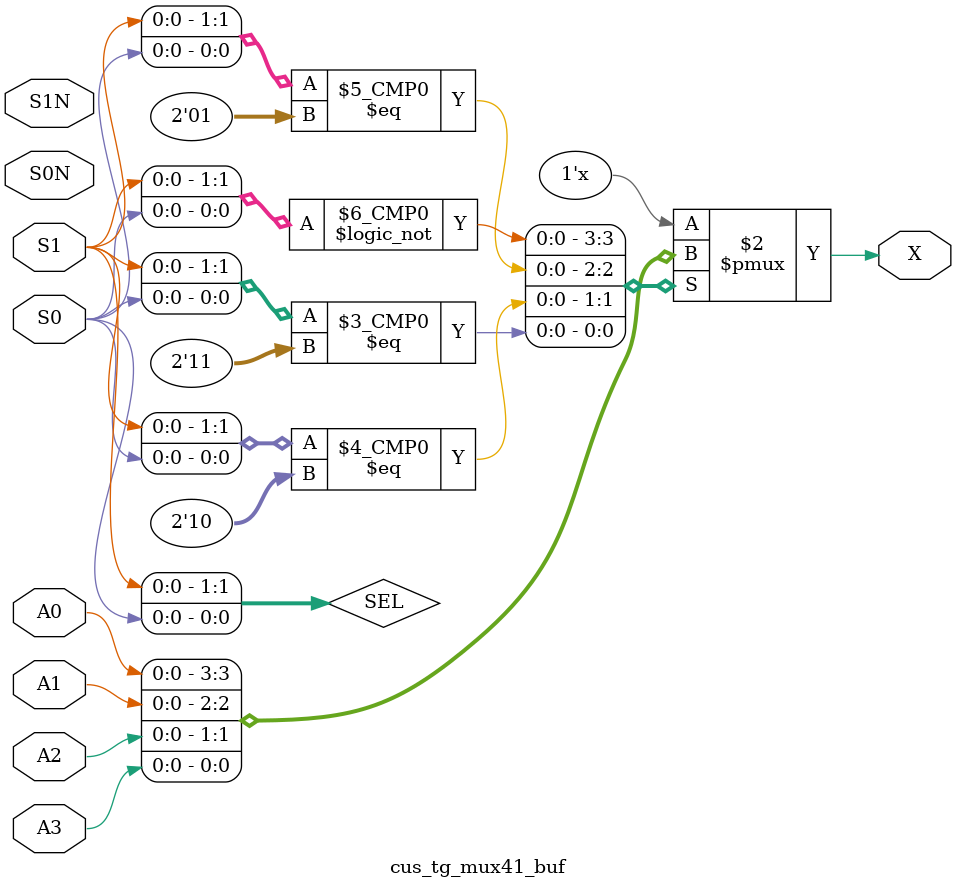
<source format=v>
module cus_tg_mux41_buf (A0, A1, A2, A3, S0, S0N, S1, S1N, X);
	input A0;
	input A1;
	input A2;
	input A3;
	input S0;
	input S0N;
	input S1;
	input S1N;
	output X; 
	reg X;
	wire [1:0] SEL;

	assign SEL = {S1,S0};
	always @(*) 
	begin
		case(SEL)
			2'b00:X = A0;
			2'b01:X = A1;
			2'b10:X = A2;
			2'b11:X = A3;
			default:X <= 0;
		endcase
	end
endmodule

</source>
